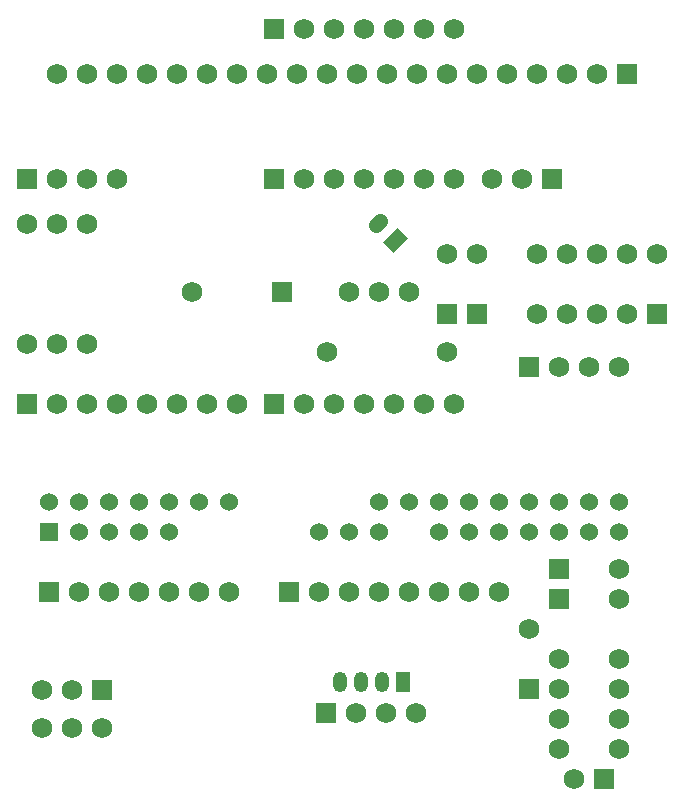
<source format=gbr>
G04 #@! TF.FileFunction,Copper,L1,Top,Signal*
%FSLAX46Y46*%
G04 Gerber Fmt 4.6, Leading zero omitted, Abs format (unit mm)*
G04 Created by KiCad (PCBNEW 4.0.7-e2-6376~58~ubuntu16.04.1) date Mon Dec 10 06:00:01 2018*
%MOMM*%
%LPD*%
G01*
G04 APERTURE LIST*
%ADD10C,0.100000*%
%ADD11R,1.750000X1.750000*%
%ADD12C,1.750000*%
%ADD13O,1.200000X1.750000*%
%ADD14R,1.200000X1.750000*%
%ADD15C,1.250000*%
%ADD16R,1.524000X1.524000*%
%ADD17C,1.524000*%
%ADD18C,0.500000*%
G04 APERTURE END LIST*
D10*
D11*
X139700000Y-154305000D03*
D12*
X132080000Y-154305000D03*
D13*
X144620000Y-187325000D03*
D14*
X150020000Y-187325000D03*
D13*
X148220000Y-187325000D03*
X146420000Y-187325000D03*
D11*
X163195000Y-180340000D03*
D12*
X163195000Y-185420000D03*
X163195000Y-187960000D03*
X163195000Y-190500000D03*
X163195000Y-193040000D03*
X168275000Y-193040000D03*
X168275000Y-190500000D03*
X168275000Y-187960000D03*
X168275000Y-185420000D03*
X168275000Y-180340000D03*
D11*
X160655000Y-160655000D03*
D12*
X163195000Y-160655000D03*
X165735000Y-160655000D03*
X168275000Y-160655000D03*
D11*
X139065000Y-163830000D03*
D12*
X141605000Y-163830000D03*
X144145000Y-163830000D03*
X146685000Y-163830000D03*
X149225000Y-163830000D03*
X151765000Y-163830000D03*
X154305000Y-163830000D03*
D11*
X156210000Y-156210000D03*
D12*
X161290000Y-156210000D03*
X163830000Y-156210000D03*
X166370000Y-156210000D03*
X168910000Y-156210000D03*
X168910000Y-151130000D03*
X166370000Y-151130000D03*
X163830000Y-151130000D03*
X161290000Y-151130000D03*
X156210000Y-151130000D03*
D11*
X139065000Y-132080000D03*
D12*
X141605000Y-132080000D03*
X144145000Y-132080000D03*
X146685000Y-132080000D03*
X149225000Y-132080000D03*
X151765000Y-132080000D03*
X154305000Y-132080000D03*
D11*
X168910000Y-135890000D03*
D12*
X166370000Y-135890000D03*
X163830000Y-135890000D03*
X161290000Y-135890000D03*
X158750000Y-135890000D03*
X156210000Y-135890000D03*
X153670000Y-135890000D03*
X151130000Y-135890000D03*
X148590000Y-135890000D03*
X146050000Y-135890000D03*
X143510000Y-135890000D03*
X140970000Y-135890000D03*
X138430000Y-135890000D03*
X135890000Y-135890000D03*
X133350000Y-135890000D03*
X130810000Y-135890000D03*
X128270000Y-135890000D03*
X125730000Y-135890000D03*
X123190000Y-135890000D03*
X120650000Y-135890000D03*
D10*
G36*
X150369080Y-149766643D02*
X149131643Y-151004080D01*
X148247760Y-150120197D01*
X149485197Y-148882760D01*
X150369080Y-149766643D01*
X150369080Y-149766643D01*
G37*
D15*
X147694803Y-148683357D02*
X148048357Y-148329803D01*
D11*
X171450000Y-156210000D03*
D12*
X171450000Y-151130000D03*
D11*
X153670000Y-156210000D03*
D12*
X153670000Y-151130000D03*
D11*
X124472765Y-188012605D03*
D12*
X121932765Y-188012605D03*
X119392765Y-188012605D03*
D11*
X162560000Y-144780000D03*
D12*
X160020000Y-144780000D03*
X157480000Y-144780000D03*
D11*
X139065000Y-144780000D03*
D12*
X141605000Y-144780000D03*
X144145000Y-144780000D03*
X146685000Y-144780000D03*
X149225000Y-144780000D03*
X151765000Y-144780000D03*
X154305000Y-144780000D03*
D11*
X118110000Y-144780000D03*
D12*
X120650000Y-144780000D03*
X123190000Y-144780000D03*
X125730000Y-144780000D03*
X123190000Y-158750000D03*
X123190000Y-148590000D03*
X120650000Y-158750000D03*
X120650000Y-148590000D03*
X118110000Y-158750000D03*
X118110000Y-148590000D03*
X153670000Y-159385000D03*
X143510000Y-159385000D03*
X147955000Y-154305000D03*
X145415000Y-154305000D03*
X150495000Y-154305000D03*
X121932764Y-191187606D03*
X119392764Y-191187606D03*
X124472764Y-191187606D03*
D11*
X143485660Y-189935429D03*
D12*
X146025660Y-189935429D03*
X148565660Y-189935429D03*
X151105660Y-189935429D03*
D11*
X140335000Y-179705000D03*
D12*
X142875000Y-179705000D03*
X145415000Y-179705000D03*
X147955000Y-179705000D03*
X150495000Y-179705000D03*
X153035000Y-179705000D03*
X155575000Y-179705000D03*
X158115000Y-179705000D03*
D11*
X120015000Y-179705000D03*
D12*
X122555000Y-179705000D03*
X125095000Y-179705000D03*
X127635000Y-179705000D03*
X130175000Y-179705000D03*
X132715000Y-179705000D03*
X135255000Y-179705000D03*
D16*
X120015000Y-174625000D03*
D17*
X120015000Y-172085000D03*
X122555000Y-174625000D03*
X122555000Y-172085000D03*
X125095000Y-174625000D03*
X125095000Y-172085000D03*
X127635000Y-174625000D03*
X127635000Y-172085000D03*
X130175000Y-174625000D03*
X130175000Y-172085000D03*
X132715000Y-172085000D03*
X135255000Y-172085000D03*
X142875000Y-174625000D03*
X145415000Y-174625000D03*
X147955000Y-174625000D03*
X147955000Y-172085000D03*
X150495000Y-172085000D03*
X153035000Y-174625000D03*
X153035000Y-172085000D03*
X155575000Y-174625000D03*
X155575000Y-172085000D03*
X158115000Y-174625000D03*
X158115000Y-172085000D03*
X160655000Y-174625000D03*
X160655000Y-172085000D03*
X163195000Y-174625000D03*
X163195000Y-172085000D03*
X165735000Y-174625000D03*
X165735000Y-172085000D03*
X168275000Y-174625000D03*
X168275000Y-172085000D03*
D11*
X160655000Y-187960000D03*
D12*
X160655000Y-182880000D03*
D11*
X163195000Y-177800000D03*
D12*
X168275000Y-177800000D03*
D11*
X167005000Y-195580000D03*
D12*
X164465000Y-195580000D03*
D11*
X118110000Y-163830000D03*
D12*
X120650000Y-163830000D03*
X123190000Y-163830000D03*
X125730000Y-163830000D03*
X128270000Y-163830000D03*
X130810000Y-163830000D03*
X133350000Y-163830000D03*
X135890000Y-163830000D03*
D18*
X124472764Y-188012606D02*
X124472765Y-188012605D01*
M02*

</source>
